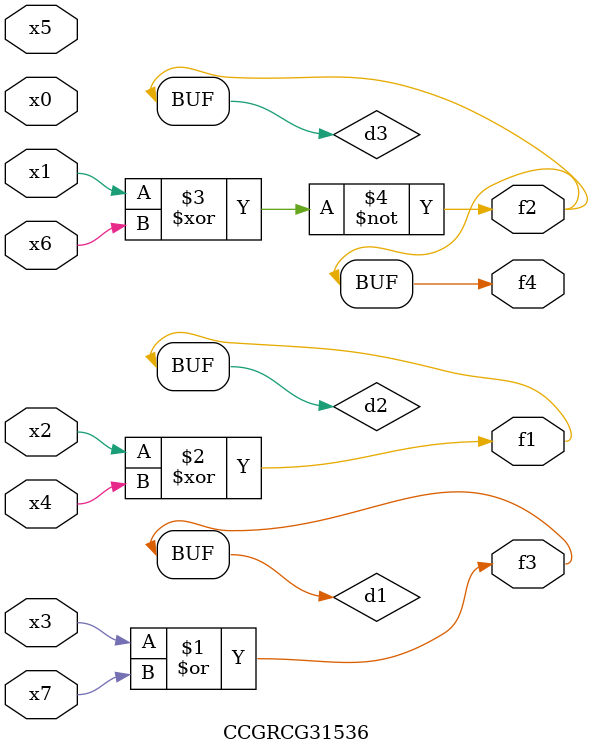
<source format=v>
module CCGRCG31536(
	input x0, x1, x2, x3, x4, x5, x6, x7,
	output f1, f2, f3, f4
);

	wire d1, d2, d3;

	or (d1, x3, x7);
	xor (d2, x2, x4);
	xnor (d3, x1, x6);
	assign f1 = d2;
	assign f2 = d3;
	assign f3 = d1;
	assign f4 = d3;
endmodule

</source>
